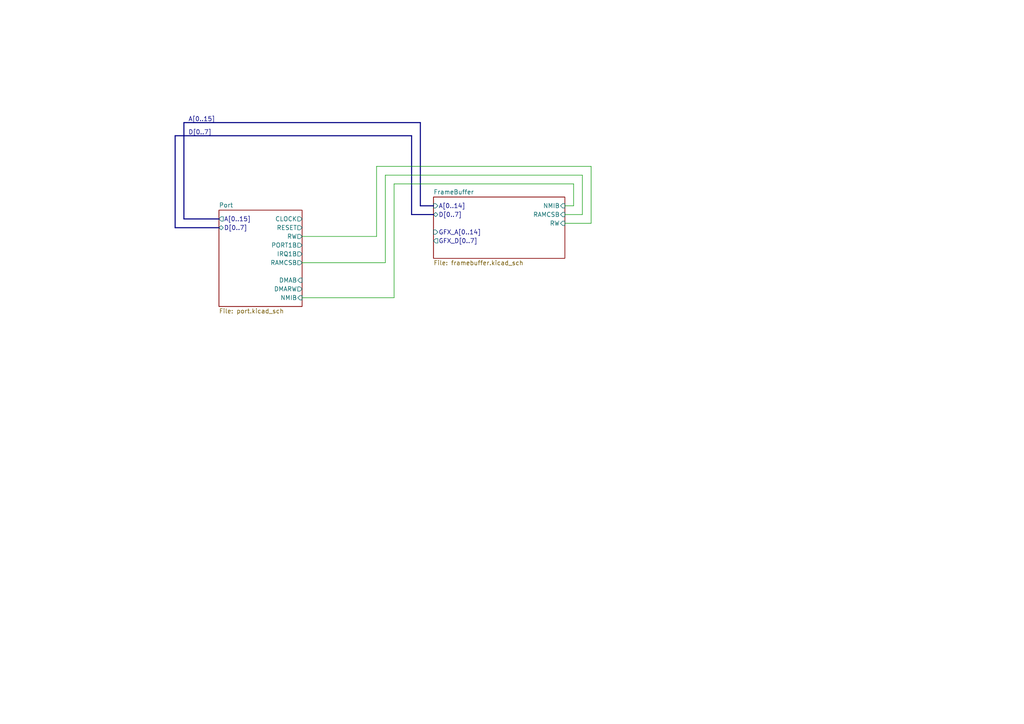
<source format=kicad_sch>
(kicad_sch (version 20230121) (generator eeschema)
  (paper "A4")
  (lib_symbols)
  (wire (pts (xy 168.91 62.23) (xy 163.83 62.23)))
  (wire (pts (xy 111.76 76.2) (xy 111.76 50.8)))
  (wire (pts (xy 87.63 76.2) (xy 111.76 76.2)))
  (bus (pts (xy 125.73 59.69) (xy 121.92 59.69)))
  (wire (pts (xy 166.37 59.69) (xy 166.37 53.34)))
  (wire (pts (xy 87.63 68.58) (xy 109.22 68.58)))
  (bus (pts (xy 119.38 62.23) (xy 125.73 62.23)))
  (wire (pts (xy 171.45 64.77) (xy 163.83 64.77)))
  (wire (pts (xy 87.63 86.36) (xy 114.3 86.36)))
  (wire (pts (xy 166.37 53.34) (xy 114.3 53.34)))
  (wire (pts (xy 109.22 48.26) (xy 171.45 48.26)))
  (bus (pts (xy 119.38 39.37) (xy 119.38 62.23)))
  (wire (pts (xy 168.91 50.8) (xy 168.91 62.23)))
  (wire (pts (xy 171.45 48.26) (xy 171.45 64.77)))
  (bus (pts (xy 53.34 63.5) (xy 53.34 35.56)))
  (bus (pts (xy 50.8 66.04) (xy 50.8 39.37)))
  (wire (pts (xy 111.76 50.8) (xy 168.91 50.8)))
  (wire (pts (xy 109.22 68.58) (xy 109.22 48.26)))
  (bus (pts (xy 50.8 39.37) (xy 119.38 39.37)))
  (wire (pts (xy 163.83 59.69) (xy 166.37 59.69)))
  (bus (pts (xy 53.34 35.56) (xy 121.92 35.56)))
  (bus (pts (xy 121.92 59.69) (xy 121.92 35.56)))
  (wire (pts (xy 114.3 86.36) (xy 114.3 53.34)))
  (bus (pts (xy 63.5 63.5) (xy 53.34 63.5)))
  (bus (pts (xy 63.5 66.04) (xy 50.8 66.04)))
  (label "A[0..15]" (at 54.61 35.56 0))
  (label "D[0..7]" (at 54.61 39.37 0))
  (sheet (at 125.73 57.15) (size 38.1 17.78) (stroke (width 0.1524))
    (property "Sheetname" "FrameBuffer" (at 125.73 56.4384 0) (effects (justify left bottom)))
    (property "Sheetfile" "framebuffer.kicad_sch" (at 125.73 75.5146 0) (effects (justify left top)))
    (pin "NMIB" input (at 163.83 59.69 0))
    (pin "GFX_A[0..14]" input (at 125.73 67.31 180))
    (pin "D[0..7]" bidirectional (at 125.73 62.23 180))
    (pin "GFX_D[0..7]" output (at 125.73 69.85 180))
    (pin "A[0..14]" input (at 125.73 59.69 180))
    (pin "RAMCSB" input (at 163.83 62.23 0))
    (pin "RW" input (at 163.83 64.77 0))
  )
  (sheet (at 63.5 60.96) (size 24.13 27.94) (stroke (width 0.1524))
    (property "Sheetname" "Port" (at 63.5 60.2484 0) (effects (justify left bottom)))
    (property "Sheetfile" "port.kicad_sch" (at 63.5 89.4846 0) (effects (justify left top)))
    (pin "D[0..7]" bidirectional (at 63.5 66.04 180))
    (pin "PORT1B" output (at 87.63 71.12 0))
    (pin "NMIB" input (at 87.63 86.36 0))
    (pin "DMAB" input (at 87.63 81.28 0))
    (pin "RESET" output (at 87.63 66.04 0))
    (pin "CLOCK" output (at 87.63 63.5 0))
    (pin "A[0..15]" output (at 63.5 63.5 180))
    (pin "DMARW" output (at 87.63 83.82 0))
    (pin "IRQ1B" output (at 87.63 73.66 0))
    (pin "RW" output (at 87.63 68.58 0))
    (pin "RAMCSB" output (at 87.63 76.2 0))
  )
)
</source>
